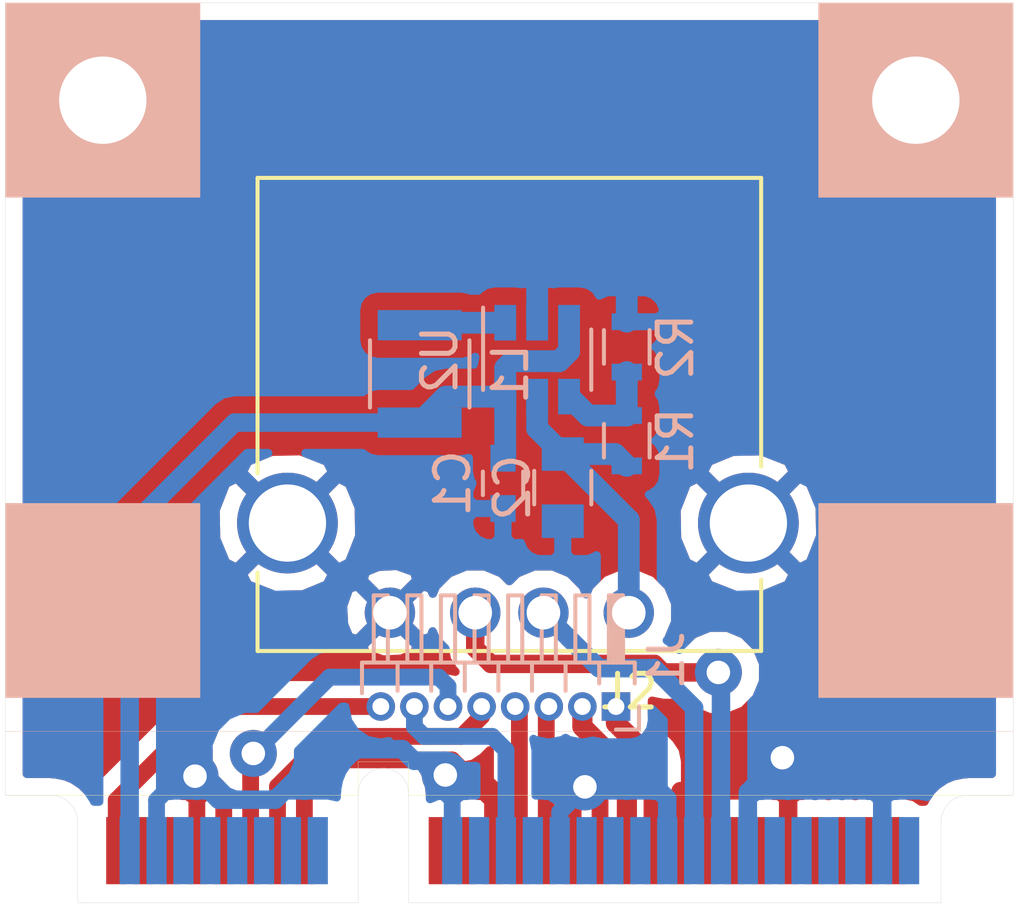
<source format=kicad_pcb>
(kicad_pcb (version 20170922) (host pcbnew "(2017-11-09 revision 87d06e526)-makepkg")

  (general
    (thickness 1.6)
    (drawings 0)
    (tracks 126)
    (zones 0)
    (modules 9)
    (nets 42)
  )

  (page A4)
  (layers
    (0 F.Cu signal)
    (31 B.Cu signal)
    (32 B.Adhes user)
    (33 F.Adhes user)
    (34 B.Paste user)
    (35 F.Paste user)
    (36 B.SilkS user)
    (37 F.SilkS user)
    (38 B.Mask user)
    (39 F.Mask user)
    (40 Dwgs.User user)
    (41 Cmts.User user)
    (42 Eco1.User user)
    (43 Eco2.User user)
    (44 Edge.Cuts user)
    (45 Margin user)
    (46 B.CrtYd user)
    (47 F.CrtYd user)
    (48 B.Fab user)
    (49 F.Fab user)
  )

  (setup
    (last_trace_width 0.6)
    (user_trace_width 0.3)
    (user_trace_width 0.35)
    (user_trace_width 0.4)
    (user_trace_width 0.45)
    (user_trace_width 0.5)
    (user_trace_width 0.55)
    (user_trace_width 0.6)
    (user_trace_width 0.65)
    (trace_clearance 0.2)
    (zone_clearance 0.508)
    (zone_45_only no)
    (trace_min 0.2)
    (segment_width 0.2)
    (edge_width 0.15)
    (via_size 1.4)
    (via_drill 0.7)
    (via_min_size 0.4)
    (via_min_drill 0.3)
    (uvia_size 0.3)
    (uvia_drill 0.1)
    (uvias_allowed no)
    (uvia_min_size 0.2)
    (uvia_min_drill 0.1)
    (pcb_text_width 0.3)
    (pcb_text_size 1.5 1.5)
    (mod_edge_width 0.15)
    (mod_text_size 1 1)
    (mod_text_width 0.15)
    (pad_size 1.524 1.524)
    (pad_drill 0.762)
    (pad_to_mask_clearance 0.2)
    (aux_axis_origin 0 0)
    (visible_elements 7FFFFFFF)
    (pcbplotparams
      (layerselection 0x010fc_ffffffff)
      (usegerberextensions false)
      (usegerberattributes true)
      (usegerberadvancedattributes true)
      (creategerberjobfile true)
      (excludeedgelayer true)
      (linewidth 0.100000)
      (plotframeref false)
      (viasonmask false)
      (mode 1)
      (useauxorigin false)
      (hpglpennumber 1)
      (hpglpenspeed 20)
      (hpglpendiameter 15)
      (psnegative false)
      (psa4output false)
      (plotreference true)
      (plotvalue true)
      (plotinvisibletext false)
      (padsonsilk false)
      (subtractmaskfromsilk false)
      (outputformat 1)
      (mirror false)
      (drillshape 1)
      (scaleselection 1)
      (outputdirectory ""))
  )

  (net 0 "")
  (net 1 "Net-(U1-Pad3)")
  (net 2 "Net-(U1-Pad5)")
  (net 3 "Net-(U1-Pad6)")
  (net 4 "Net-(U1-Pad8)")
  (net 5 "Net-(U1-Pad10)")
  (net 6 "Net-(U1-Pad12)")
  (net 7 "Net-(U1-Pad14)")
  (net 8 "Net-(U1-Pad16)")
  (net 9 "Net-(U1-Pad17)")
  (net 10 "Net-(U1-Pad19)")
  (net 11 "Net-(U1-Pad20)")
  (net 12 "Net-(U1-Pad24)")
  (net 13 "Net-(U1-Pad28)")
  (net 14 "Net-(U1-Pad30)")
  (net 15 "Net-(U1-Pad32)")
  (net 16 "Net-(U1-Pad39)")
  (net 17 "Net-(U1-Pad41)")
  (net 18 "Net-(U1-Pad42)")
  (net 19 "Net-(U1-Pad44)")
  (net 20 "Net-(U1-Pad45)")
  (net 21 "Net-(U1-Pad46)")
  (net 22 "Net-(U1-Pad47)")
  (net 23 "Net-(U1-Pad48)")
  (net 24 "Net-(U1-Pad49)")
  (net 25 "Net-(U1-Pad51)")
  (net 26 "Net-(U1-Pad52)")
  (net 27 +3V3)
  (net 28 nPERST)
  (net 29 GND)
  (net 30 nWAKE)
  (net 31 PER0_N)
  (net 32 PER0_P)
  (net 33 PET0_N)
  (net 34 PET0_P)
  (net 35 RefCLK_P)
  (net 36 RefCLK_N)
  (net 37 USB_DP)
  (net 38 USB_DM)
  (net 39 +5V)
  (net 40 "Net-(R1-Pad2)")
  (net 41 "Net-(L1-Pad2)")

  (net_class Default "To jest domyślna klasa połączeń."
    (clearance 0.2)
    (trace_width 0.25)
    (via_dia 1.4)
    (via_drill 0.7)
    (uvia_dia 0.3)
    (uvia_drill 0.1)
    (add_net +3V3)
    (add_net +5V)
    (add_net GND)
    (add_net "Net-(L1-Pad2)")
    (add_net "Net-(R1-Pad2)")
    (add_net "Net-(U1-Pad10)")
    (add_net "Net-(U1-Pad12)")
    (add_net "Net-(U1-Pad14)")
    (add_net "Net-(U1-Pad16)")
    (add_net "Net-(U1-Pad17)")
    (add_net "Net-(U1-Pad19)")
    (add_net "Net-(U1-Pad20)")
    (add_net "Net-(U1-Pad24)")
    (add_net "Net-(U1-Pad28)")
    (add_net "Net-(U1-Pad3)")
    (add_net "Net-(U1-Pad30)")
    (add_net "Net-(U1-Pad32)")
    (add_net "Net-(U1-Pad39)")
    (add_net "Net-(U1-Pad41)")
    (add_net "Net-(U1-Pad42)")
    (add_net "Net-(U1-Pad44)")
    (add_net "Net-(U1-Pad45)")
    (add_net "Net-(U1-Pad46)")
    (add_net "Net-(U1-Pad47)")
    (add_net "Net-(U1-Pad48)")
    (add_net "Net-(U1-Pad49)")
    (add_net "Net-(U1-Pad5)")
    (add_net "Net-(U1-Pad51)")
    (add_net "Net-(U1-Pad52)")
    (add_net "Net-(U1-Pad6)")
    (add_net "Net-(U1-Pad8)")
    (add_net PER0_N)
    (add_net PER0_P)
    (add_net PET0_N)
    (add_net PET0_P)
    (add_net RefCLK_N)
    (add_net RefCLK_P)
    (add_net USB_DM)
    (add_net USB_DP)
    (add_net nPERST)
    (add_net nWAKE)
  )

  (module TO_SOT_Packages_SMD:SOT-23-6 (layer B.Cu) (tedit 58CE4E7E) (tstamp 5A4E2D6E)
    (at 137.989112 71.712176 270)
    (descr "6-pin SOT-23 package")
    (tags SOT-23-6)
    (path /5A4D6738)
    (attr smd)
    (fp_text reference U2 (at 0 2.9 270) (layer B.SilkS)
      (effects (font (size 1 1) (thickness 0.15)) (justify mirror))
    )
    (fp_text value MCP1640CH (at 0 -2.9 270) (layer B.Fab)
      (effects (font (size 1 1) (thickness 0.15)) (justify mirror))
    )
    (fp_line (start 0.9 1.55) (end 0.9 -1.55) (layer B.Fab) (width 0.1))
    (fp_line (start 0.9 -1.55) (end -0.9 -1.55) (layer B.Fab) (width 0.1))
    (fp_line (start -0.9 0.9) (end -0.9 -1.55) (layer B.Fab) (width 0.1))
    (fp_line (start 0.9 1.55) (end -0.25 1.55) (layer B.Fab) (width 0.1))
    (fp_line (start -0.9 0.9) (end -0.25 1.55) (layer B.Fab) (width 0.1))
    (fp_line (start -1.9 1.8) (end -1.9 -1.8) (layer B.CrtYd) (width 0.05))
    (fp_line (start -1.9 -1.8) (end 1.9 -1.8) (layer B.CrtYd) (width 0.05))
    (fp_line (start 1.9 -1.8) (end 1.9 1.8) (layer B.CrtYd) (width 0.05))
    (fp_line (start 1.9 1.8) (end -1.9 1.8) (layer B.CrtYd) (width 0.05))
    (fp_line (start 0.9 1.61) (end -1.55 1.61) (layer B.SilkS) (width 0.12))
    (fp_line (start -0.9 -1.61) (end 0.9 -1.61) (layer B.SilkS) (width 0.12))
    (fp_text user %R (at 0 0 180) (layer B.Fab)
      (effects (font (size 0.5 0.5) (thickness 0.075)) (justify mirror))
    )
    (pad 5 smd rect (at 1.1 0 270) (size 1.06 0.65) (layers B.Cu B.Paste B.Mask)
      (net 39 +5V))
    (pad 6 smd rect (at 1.1 0.95 270) (size 1.06 0.65) (layers B.Cu B.Paste B.Mask)
      (net 27 +3V3))
    (pad 4 smd rect (at 1.1 -0.95 270) (size 1.06 0.65) (layers B.Cu B.Paste B.Mask)
      (net 40 "Net-(R1-Pad2)"))
    (pad 3 smd rect (at -1.1 -0.95 270) (size 1.06 0.65) (layers B.Cu B.Paste B.Mask)
      (net 27 +3V3))
    (pad 2 smd rect (at -1.1 0 270) (size 1.06 0.65) (layers B.Cu B.Paste B.Mask)
      (net 29 GND))
    (pad 1 smd rect (at -1.1 0.95 270) (size 1.06 0.65) (layers B.Cu B.Paste B.Mask)
      (net 41 "Net-(L1-Pad2)"))
    (model ${KISYS3DMOD}/TO_SOT_Packages_SMD.3dshapes/SOT-23-6.wrl
      (at (xyz 0 0 0))
      (scale (xyz 1 1 1))
      (rotate (xyz 0 0 0))
    )
  )

  (module mpcie:mpcie-half-card (layer F.Cu) (tedit 541DA159) (tstamp 5A4E367E)
    (at 137.16 87.884)
    (path /5A3E57CB)
    (fp_text reference U1 (at 12.15 -15.2 90) (layer F.SilkS) hide
      (effects (font (thickness 0.15)))
    )
    (fp_text value MPCIE-Socket (at 14.1 -15.25 90) (layer F.SilkS) hide
      (effects (font (thickness 0.15)))
    )
    (fp_line (start -4.5 0) (end -12.85 0) (layer Edge.Cuts) (width 0.01))
    (fp_line (start -3 0) (end -3 -3.25) (layer Edge.Cuts) (width 0.01))
    (fp_line (start -4.5 0) (end -4.5 -3.25) (layer Edge.Cuts) (width 0.01))
    (fp_arc (start -3.75 -3.25) (end -4.5 -3.25) (angle 180) (layer Edge.Cuts) (width 0.01))
    (fp_line (start -3.75 -4.5) (end -3.75 -0.15) (layer Eco1.User) (width 0.01))
    (fp_line (start 0 0) (end 0 -26.8) (layer Eco1.User) (width 0.01))
    (fp_line (start 15 -3.2) (end 15 -26.8) (layer Edge.Cuts) (width 0.01))
    (fp_line (start 15 -26.8) (end -15 -26.8) (layer Edge.Cuts) (width 0.01))
    (fp_line (start -15 -26.8) (end -15 -3.2) (layer Edge.Cuts) (width 0.01))
    (fp_line (start -3 0) (end 12.85 0) (layer Edge.Cuts) (width 0.01))
    (fp_text user Center (at -0.2 -14.35 90) (layer Eco1.User)
      (effects (font (size 0.25 0.25) (thickness 0.025)))
    )
    (fp_line (start -15 -3.2) (end -4.5 -3.2) (layer F.SilkS) (width 0.01))
    (fp_line (start 12.85 0) (end 12.85 -2.4) (layer Edge.Cuts) (width 0.01))
    (fp_line (start -12.85 0) (end -12.85 -2.4) (layer Edge.Cuts) (width 0.01))
    (fp_arc (start -13.65 -2.4) (end -13.65 -3.2) (angle 90) (layer Edge.Cuts) (width 0.01))
    (fp_line (start -13.65 -3.2) (end -15 -3.2) (layer Edge.Cuts) (width 0.01))
    (fp_arc (start 13.65 -2.4) (end 12.85 -2.4) (angle 90) (layer Edge.Cuts) (width 0.01))
    (fp_line (start 15 -3.2) (end 13.65 -3.2) (layer Edge.Cuts) (width 0.01))
    (fp_line (start -4.5 -4.2) (end -3 -4.2) (layer F.SilkS) (width 0.01))
    (fp_line (start -4.5 -3.2) (end -4.5 -4.2) (layer F.SilkS) (width 0.01))
    (fp_line (start -3 -3.2) (end 15 -3.2) (layer F.SilkS) (width 0.01))
    (fp_line (start -3 -4.15) (end -3 -3.2) (layer F.SilkS) (width 0.01))
    (fp_line (start -15 -5.1) (end 15 -5.1) (layer B.SilkS) (width 0.01))
    (pad "" np_thru_hole circle (at 12.1 -23.9) (size 2.6 2.6) (drill 2.6) (layers *.Cu *.Mask F.SilkS))
    (pad "" connect rect (at -12.1 -23.9) (size 5.8 5.8) (layers B.SilkS))
    (pad "" connect rect (at -12.1 -9) (size 5.8 5.8) (layers B.SilkS))
    (pad "" connect rect (at 12.1 -9) (size 5.8 5.8) (layers B.SilkS))
    (pad "" np_thru_hole circle (at -12.1 -23.9) (size 2.6 2.6) (drill 2.6) (layers *.Cu *.Mask F.SilkS))
    (pad "" connect rect (at 12.1 -23.9) (size 5.8 5.8) (layers B.SilkS))
    (pad 52 smd rect (at 11.9 -1.55) (size 0.6 2) (layers B.Cu B.Paste B.Mask)
      (net 26 "Net-(U1-Pad52)"))
    (pad 51 smd rect (at 11.5 -1.55) (size 0.6 2) (layers F.Cu F.Paste F.Mask)
      (net 25 "Net-(U1-Pad51)"))
    (pad 50 smd rect (at 11.1 -1.55) (size 0.6 2) (layers B.Cu B.Paste B.Mask)
      (net 29 GND))
    (pad 49 smd rect (at 10.7 -1.55) (size 0.6 2) (layers F.Cu F.Paste F.Mask)
      (net 24 "Net-(U1-Pad49)"))
    (pad 48 smd rect (at 10.3 -1.55) (size 0.6 2) (layers B.Cu B.Paste B.Mask)
      (net 23 "Net-(U1-Pad48)"))
    (pad 47 smd rect (at 9.9 -1.55) (size 0.6 2) (layers F.Cu F.Paste F.Mask)
      (net 22 "Net-(U1-Pad47)"))
    (pad 46 smd rect (at 9.5 -1.55) (size 0.6 2) (layers B.Cu B.Paste B.Mask)
      (net 21 "Net-(U1-Pad46)"))
    (pad 45 smd rect (at 9.1 -1.55) (size 0.6 2) (layers F.Cu F.Paste F.Mask)
      (net 20 "Net-(U1-Pad45)"))
    (pad 44 smd rect (at 8.7 -1.55) (size 0.6 2) (layers B.Cu B.Paste B.Mask)
      (net 19 "Net-(U1-Pad44)"))
    (pad 43 smd rect (at 8.3 -1.55) (size 0.6 2) (layers F.Cu F.Paste F.Mask)
      (net 29 GND))
    (pad 42 smd rect (at 7.9 -1.55) (size 0.6 2) (layers B.Cu B.Paste B.Mask)
      (net 18 "Net-(U1-Pad42)"))
    (pad 41 smd rect (at 7.5 -1.55) (size 0.6 2) (layers F.Cu F.Paste F.Mask)
      (net 17 "Net-(U1-Pad41)"))
    (pad 40 smd rect (at 7.1 -1.55) (size 0.6 2) (layers B.Cu B.Paste B.Mask)
      (net 29 GND))
    (pad 39 smd rect (at 6.7 -1.55) (size 0.6 2) (layers F.Cu F.Paste F.Mask)
      (net 16 "Net-(U1-Pad39)"))
    (pad 38 smd rect (at 6.3 -1.55) (size 0.6 2) (layers B.Cu B.Paste B.Mask)
      (net 37 USB_DP))
    (pad 37 smd rect (at 5.9 -1.55) (size 0.6 2) (layers F.Cu F.Paste F.Mask)
      (net 29 GND))
    (pad 36 smd rect (at 5.5 -1.55) (size 0.6 2) (layers B.Cu B.Paste B.Mask)
      (net 38 USB_DM))
    (pad 35 smd rect (at 5.1 -1.55) (size 0.6 2) (layers F.Cu F.Paste F.Mask)
      (net 29 GND))
    (pad 34 smd rect (at 4.7 -1.55) (size 0.6 2) (layers B.Cu B.Paste B.Mask)
      (net 29 GND))
    (pad 33 smd rect (at 4.3 -1.55) (size 0.6 2) (layers F.Cu F.Paste F.Mask)
      (net 34 PET0_P))
    (pad 32 smd rect (at 3.9 -1.55) (size 0.6 2) (layers B.Cu B.Paste B.Mask)
      (net 15 "Net-(U1-Pad32)"))
    (pad 31 smd rect (at 3.5 -1.55) (size 0.6 2) (layers F.Cu F.Paste F.Mask)
      (net 33 PET0_N))
    (pad 30 smd rect (at 3.1 -1.55) (size 0.6 2) (layers B.Cu B.Paste B.Mask)
      (net 14 "Net-(U1-Pad30)"))
    (pad 29 smd rect (at 2.7 -1.55) (size 0.6 2) (layers F.Cu F.Paste F.Mask)
      (net 29 GND))
    (pad 28 smd rect (at 2.3 -1.55) (size 0.6 2) (layers B.Cu B.Paste B.Mask)
      (net 13 "Net-(U1-Pad28)"))
    (pad 27 smd rect (at 1.9 -1.55) (size 0.6 2) (layers F.Cu F.Paste F.Mask)
      (net 29 GND))
    (pad 26 smd rect (at 1.5 -1.55) (size 0.6 2) (layers B.Cu B.Paste B.Mask)
      (net 29 GND))
    (pad 25 smd rect (at 1.1 -1.55) (size 0.6 2) (layers F.Cu F.Paste F.Mask)
      (net 32 PER0_P))
    (pad 24 smd rect (at 0.7 -1.55) (size 0.6 2) (layers B.Cu B.Paste B.Mask)
      (net 12 "Net-(U1-Pad24)"))
    (pad 23 smd rect (at 0.3 -1.55) (size 0.6 2) (layers F.Cu F.Paste F.Mask)
      (net 31 PER0_N))
    (pad 22 smd rect (at -0.1 -1.55) (size 0.6 2) (layers B.Cu B.Paste B.Mask)
      (net 28 nPERST))
    (pad 21 smd rect (at -0.5 -1.55) (size 0.6 2) (layers F.Cu F.Paste F.Mask)
      (net 29 GND))
    (pad 20 smd rect (at -0.9 -1.55) (size 0.6 2) (layers B.Cu B.Paste B.Mask)
      (net 11 "Net-(U1-Pad20)"))
    (pad 19 smd rect (at -1.3 -1.55) (size 0.6 2) (layers F.Cu F.Paste F.Mask)
      (net 10 "Net-(U1-Pad19)"))
    (pad 18 smd rect (at -1.7 -1.55) (size 0.6 2) (layers B.Cu B.Paste B.Mask)
      (net 29 GND))
    (pad 17 smd rect (at -2.1 -1.55) (size 0.6 2) (layers F.Cu F.Paste F.Mask)
      (net 9 "Net-(U1-Pad17)"))
    (pad 16 smd rect (at -5.7 -1.55) (size 0.6 2) (layers B.Cu B.Paste B.Mask)
      (net 8 "Net-(U1-Pad16)"))
    (pad 15 smd rect (at -6.1 -1.55) (size 0.6 2) (layers F.Cu F.Paste F.Mask)
      (net 29 GND))
    (pad 14 smd rect (at -6.5 -1.55) (size 0.6 2) (layers B.Cu B.Paste B.Mask)
      (net 7 "Net-(U1-Pad14)"))
    (pad 13 smd rect (at -6.9 -1.55) (size 0.6 2) (layers F.Cu F.Paste F.Mask)
      (net 35 RefCLK_P))
    (pad 12 smd rect (at -7.3 -1.55) (size 0.6 2) (layers B.Cu B.Paste B.Mask)
      (net 6 "Net-(U1-Pad12)"))
    (pad 11 smd rect (at -7.7 -1.55) (size 0.6 2) (layers F.Cu F.Paste F.Mask)
      (net 36 RefCLK_N))
    (pad 10 smd rect (at -8.1 -1.55) (size 0.6 2) (layers B.Cu B.Paste B.Mask)
      (net 5 "Net-(U1-Pad10)"))
    (pad 9 smd rect (at -8.5 -1.55) (size 0.6 2) (layers F.Cu F.Paste F.Mask)
      (net 29 GND))
    (pad 8 smd rect (at -8.9 -1.55) (size 0.6 2) (layers B.Cu B.Paste B.Mask)
      (net 4 "Net-(U1-Pad8)"))
    (pad 7 smd rect (at -9.3 -1.55) (size 0.6 2) (layers F.Cu F.Paste F.Mask)
      (net 29 GND))
    (pad 6 smd rect (at -9.7 -1.55) (size 0.6 2) (layers B.Cu B.Paste B.Mask)
      (net 3 "Net-(U1-Pad6)"))
    (pad 5 smd rect (at -10.1 -1.55) (size 0.6 2) (layers F.Cu F.Paste F.Mask)
      (net 2 "Net-(U1-Pad5)"))
    (pad 4 smd rect (at -10.5 -1.55) (size 0.6 2) (layers B.Cu B.Paste B.Mask)
      (net 29 GND))
    (pad 3 smd rect (at -10.9 -1.55) (size 0.6 2) (layers F.Cu F.Paste F.Mask)
      (net 1 "Net-(U1-Pad3)"))
    (pad 2 smd rect (at -11.3 -1.55) (size 0.6 2) (layers B.Cu B.Paste B.Mask)
      (net 27 +3V3))
    (pad 1 smd rect (at -11.7 -1.55) (size 0.6 2) (layers F.Cu F.Paste F.Mask)
      (net 30 nWAKE))
  )

  (module Inductors_SMD:L_1210 (layer B.Cu) (tedit 58307C54) (tstamp 5A4E2292)
    (at 134.493 72.136 90)
    (descr "Resistor SMD 1210, reflow soldering, Vishay (see dcrcw.pdf)")
    (tags "resistor 1210")
    (path /5A4D6C3E)
    (attr smd)
    (fp_text reference L1 (at 0 2.7 90) (layer B.SilkS)
      (effects (font (size 1 1) (thickness 0.15)) (justify mirror))
    )
    (fp_text value 4.7uH (at 0 -2.7 90) (layer B.Fab)
      (effects (font (size 1 1) (thickness 0.15)) (justify mirror))
    )
    (fp_line (start -1 1.48) (end 1 1.48) (layer B.SilkS) (width 0.12))
    (fp_line (start 1 -1.48) (end -1 -1.48) (layer B.SilkS) (width 0.12))
    (fp_line (start 2.2 1.6) (end 2.2 -1.6) (layer B.CrtYd) (width 0.05))
    (fp_line (start -2.2 1.6) (end -2.2 -1.6) (layer B.CrtYd) (width 0.05))
    (fp_line (start -2.2 -1.6) (end 2.2 -1.6) (layer B.CrtYd) (width 0.05))
    (fp_line (start -2.2 1.6) (end 2.2 1.6) (layer B.CrtYd) (width 0.05))
    (fp_line (start -1.6 1.25) (end 1.6 1.25) (layer B.Fab) (width 0.1))
    (fp_line (start 1.6 1.25) (end 1.6 -1.25) (layer B.Fab) (width 0.1))
    (fp_line (start 1.6 -1.25) (end -1.6 -1.25) (layer B.Fab) (width 0.1))
    (fp_line (start -1.6 -1.25) (end -1.6 1.25) (layer B.Fab) (width 0.1))
    (fp_text user %R (at 0 0 90) (layer B.Fab)
      (effects (font (size 0.5 0.5) (thickness 0.075)) (justify mirror))
    )
    (pad 2 smd rect (at 1.45 0 90) (size 0.9 2.5) (layers B.Cu B.Paste B.Mask)
      (net 41 "Net-(L1-Pad2)"))
    (pad 1 smd rect (at -1.45 0 90) (size 0.9 2.5) (layers B.Cu B.Paste B.Mask)
      (net 27 +3V3))
    (model ${KISYS3DMOD}/Inductors_SMD.3dshapes/L_1210.wrl
      (at (xyz 0 0 0))
      (scale (xyz 1 1 1))
      (rotate (xyz 0 0 0))
    )
  )

  (module Resistors_SMD:R_0603 (layer B.Cu) (tedit 58E0A804) (tstamp 5A4E2204)
    (at 140.656112 74.125176 90)
    (descr "Resistor SMD 0603, reflow soldering, Vishay (see dcrcw.pdf)")
    (tags "resistor 0603")
    (path /5A4D6AE0)
    (attr smd)
    (fp_text reference R1 (at 0 1.45 90) (layer B.SilkS)
      (effects (font (size 1 1) (thickness 0.15)) (justify mirror))
    )
    (fp_text value 976k (at 0 -1.5 90) (layer B.Fab)
      (effects (font (size 1 1) (thickness 0.15)) (justify mirror))
    )
    (fp_line (start 1.25 -0.7) (end -1.25 -0.7) (layer B.CrtYd) (width 0.05))
    (fp_line (start 1.25 -0.7) (end 1.25 0.7) (layer B.CrtYd) (width 0.05))
    (fp_line (start -1.25 0.7) (end -1.25 -0.7) (layer B.CrtYd) (width 0.05))
    (fp_line (start -1.25 0.7) (end 1.25 0.7) (layer B.CrtYd) (width 0.05))
    (fp_line (start -0.5 0.68) (end 0.5 0.68) (layer B.SilkS) (width 0.12))
    (fp_line (start 0.5 -0.68) (end -0.5 -0.68) (layer B.SilkS) (width 0.12))
    (fp_line (start -0.8 0.4) (end 0.8 0.4) (layer B.Fab) (width 0.1))
    (fp_line (start 0.8 0.4) (end 0.8 -0.4) (layer B.Fab) (width 0.1))
    (fp_line (start 0.8 -0.4) (end -0.8 -0.4) (layer B.Fab) (width 0.1))
    (fp_line (start -0.8 -0.4) (end -0.8 0.4) (layer B.Fab) (width 0.1))
    (fp_text user %R (at 0 0 90) (layer B.Fab)
      (effects (font (size 0.4 0.4) (thickness 0.075)) (justify mirror))
    )
    (pad 2 smd rect (at 0.75 0 90) (size 0.5 0.9) (layers B.Cu B.Paste B.Mask)
      (net 40 "Net-(R1-Pad2)"))
    (pad 1 smd rect (at -0.75 0 90) (size 0.5 0.9) (layers B.Cu B.Paste B.Mask)
      (net 39 +5V))
    (model ${KISYS3DMOD}/Resistors_SMD.3dshapes/R_0603.wrl
      (at (xyz 0 0 0))
      (scale (xyz 1 1 1))
      (rotate (xyz 0 0 0))
    )
  )

  (module Connectors:USB_A (layer F.Cu) (tedit 5543E289) (tstamp 5A4E22A6)
    (at 140.716 79.248 180)
    (descr "USB A connector")
    (tags "USB USB_A")
    (path /5A4D70DE)
    (fp_text reference J2 (at 0 -2.35 180) (layer F.SilkS)
      (effects (font (size 1 1) (thickness 0.15)))
    )
    (fp_text value USB_A (at 3.84 7.44 180) (layer F.Fab)
      (effects (font (size 1 1) (thickness 0.15)))
    )
    (fp_line (start -3.94 4.35) (end -3.94 12.95) (layer F.SilkS) (width 0.12))
    (fp_line (start 11.05 4.15) (end 11.05 12.95) (layer F.SilkS) (width 0.12))
    (fp_line (start 11.05 12.95) (end -3.94 12.95) (layer F.SilkS) (width 0.12))
    (fp_line (start 11.05 -1.14) (end -3.94 -1.14) (layer F.SilkS) (width 0.12))
    (fp_line (start -3.94 -1.14) (end -3.94 0.98) (layer F.SilkS) (width 0.12))
    (fp_line (start 11.05 -1.14) (end 11.05 1.19) (layer F.SilkS) (width 0.12))
    (fp_line (start -5.3 -1.4) (end 11.95 -1.4) (layer F.CrtYd) (width 0.05))
    (fp_line (start -5.3 13.2) (end 11.95 13.2) (layer F.CrtYd) (width 0.05))
    (fp_line (start 11.95 -1.4) (end 11.95 13.2) (layer F.CrtYd) (width 0.05))
    (fp_line (start -5.3 13.2) (end -5.3 -1.4) (layer F.CrtYd) (width 0.05))
    (pad 5 thru_hole circle (at -3.56 2.67 90) (size 3 3) (drill 2.3) (layers *.Cu *.Mask)
      (net 29 GND))
    (pad 5 thru_hole circle (at 10.16 2.67 90) (size 3 3) (drill 2.3) (layers *.Cu *.Mask)
      (net 29 GND))
    (pad 1 thru_hole circle (at 0 0 90) (size 1.5 1.5) (drill 1) (layers *.Cu *.Mask)
      (net 39 +5V))
    (pad 2 thru_hole circle (at 2.54 0 90) (size 1.5 1.5) (drill 1) (layers *.Cu *.Mask)
      (net 38 USB_DM))
    (pad 3 thru_hole circle (at 4.57 0 90) (size 1.5 1.5) (drill 1) (layers *.Cu *.Mask)
      (net 37 USB_DP))
    (pad 4 thru_hole circle (at 7.11 0 90) (size 1.5 1.5) (drill 1) (layers *.Cu *.Mask)
      (net 29 GND))
    (model ${KISYS3DMOD}/Connectors.3dshapes/USB_A.wrl
      (at (xyz 0.14 0 0))
      (scale (xyz 1 1 1))
      (rotate (xyz 0 0 90))
    )
  )

  (module Resistors_SMD:R_0603 (layer B.Cu) (tedit 58E0A804) (tstamp 5A4E2215)
    (at 140.656112 71.331176 90)
    (descr "Resistor SMD 0603, reflow soldering, Vishay (see dcrcw.pdf)")
    (tags "resistor 0603")
    (path /5A4D6B14)
    (attr smd)
    (fp_text reference R2 (at 0 1.45 90) (layer B.SilkS)
      (effects (font (size 1 1) (thickness 0.15)) (justify mirror))
    )
    (fp_text value 309k (at 0 -1.5 90) (layer B.Fab)
      (effects (font (size 1 1) (thickness 0.15)) (justify mirror))
    )
    (fp_text user %R (at 0 0 90) (layer B.Fab)
      (effects (font (size 0.4 0.4) (thickness 0.075)) (justify mirror))
    )
    (fp_line (start -0.8 -0.4) (end -0.8 0.4) (layer B.Fab) (width 0.1))
    (fp_line (start 0.8 -0.4) (end -0.8 -0.4) (layer B.Fab) (width 0.1))
    (fp_line (start 0.8 0.4) (end 0.8 -0.4) (layer B.Fab) (width 0.1))
    (fp_line (start -0.8 0.4) (end 0.8 0.4) (layer B.Fab) (width 0.1))
    (fp_line (start 0.5 -0.68) (end -0.5 -0.68) (layer B.SilkS) (width 0.12))
    (fp_line (start -0.5 0.68) (end 0.5 0.68) (layer B.SilkS) (width 0.12))
    (fp_line (start -1.25 0.7) (end 1.25 0.7) (layer B.CrtYd) (width 0.05))
    (fp_line (start -1.25 0.7) (end -1.25 -0.7) (layer B.CrtYd) (width 0.05))
    (fp_line (start 1.25 -0.7) (end 1.25 0.7) (layer B.CrtYd) (width 0.05))
    (fp_line (start 1.25 -0.7) (end -1.25 -0.7) (layer B.CrtYd) (width 0.05))
    (pad 1 smd rect (at -0.75 0 90) (size 0.5 0.9) (layers B.Cu B.Paste B.Mask)
      (net 40 "Net-(R1-Pad2)"))
    (pad 2 smd rect (at 0.75 0 90) (size 0.5 0.9) (layers B.Cu B.Paste B.Mask)
      (net 29 GND))
    (model ${KISYS3DMOD}/Resistors_SMD.3dshapes/R_0603.wrl
      (at (xyz 0 0 0))
      (scale (xyz 1 1 1))
      (rotate (xyz 0 0 0))
    )
  )

  (module Capacitors_SMD:C_0603 (layer B.Cu) (tedit 59958EE7) (tstamp 5A4E30AA)
    (at 136.973112 75.395176 270)
    (descr "Capacitor SMD 0603, reflow soldering, AVX (see smccp.pdf)")
    (tags "capacitor 0603")
    (path /5A4D691D)
    (attr smd)
    (fp_text reference C1 (at 0 1.5 270) (layer B.SilkS)
      (effects (font (size 1 1) (thickness 0.15)) (justify mirror))
    )
    (fp_text value 4.7uF (at 0 -1.5 270) (layer B.Fab)
      (effects (font (size 1 1) (thickness 0.15)) (justify mirror))
    )
    (fp_text user %R (at 0 0 270) (layer B.Fab)
      (effects (font (size 0.3 0.3) (thickness 0.075)) (justify mirror))
    )
    (fp_line (start -0.8 -0.4) (end -0.8 0.4) (layer B.Fab) (width 0.1))
    (fp_line (start 0.8 -0.4) (end -0.8 -0.4) (layer B.Fab) (width 0.1))
    (fp_line (start 0.8 0.4) (end 0.8 -0.4) (layer B.Fab) (width 0.1))
    (fp_line (start -0.8 0.4) (end 0.8 0.4) (layer B.Fab) (width 0.1))
    (fp_line (start -0.35 0.6) (end 0.35 0.6) (layer B.SilkS) (width 0.12))
    (fp_line (start 0.35 -0.6) (end -0.35 -0.6) (layer B.SilkS) (width 0.12))
    (fp_line (start -1.4 0.65) (end 1.4 0.65) (layer B.CrtYd) (width 0.05))
    (fp_line (start -1.4 0.65) (end -1.4 -0.65) (layer B.CrtYd) (width 0.05))
    (fp_line (start 1.4 -0.65) (end 1.4 0.65) (layer B.CrtYd) (width 0.05))
    (fp_line (start 1.4 -0.65) (end -1.4 -0.65) (layer B.CrtYd) (width 0.05))
    (pad 1 smd rect (at -0.75 0 270) (size 0.8 0.75) (layers B.Cu B.Paste B.Mask)
      (net 27 +3V3))
    (pad 2 smd rect (at 0.75 0 270) (size 0.8 0.75) (layers B.Cu B.Paste B.Mask)
      (net 29 GND))
    (model Capacitors_SMD.3dshapes/C_0603.wrl
      (at (xyz 0 0 0))
      (scale (xyz 1 1 1))
      (rotate (xyz 0 0 0))
    )
  )

  (module Capacitors_SMD:C_0805 (layer B.Cu) (tedit 58AA8463) (tstamp 5A4E22B7)
    (at 138.751112 75.522176 270)
    (descr "Capacitor SMD 0805, reflow soldering, AVX (see smccp.pdf)")
    (tags "capacitor 0805")
    (path /5A4D6EDF)
    (attr smd)
    (fp_text reference C2 (at 0 1.5 270) (layer B.SilkS)
      (effects (font (size 1 1) (thickness 0.15)) (justify mirror))
    )
    (fp_text value 10uF (at 0 -1.75 270) (layer B.Fab)
      (effects (font (size 1 1) (thickness 0.15)) (justify mirror))
    )
    (fp_line (start 1.75 -0.87) (end -1.75 -0.87) (layer B.CrtYd) (width 0.05))
    (fp_line (start 1.75 -0.87) (end 1.75 0.88) (layer B.CrtYd) (width 0.05))
    (fp_line (start -1.75 0.88) (end -1.75 -0.87) (layer B.CrtYd) (width 0.05))
    (fp_line (start -1.75 0.88) (end 1.75 0.88) (layer B.CrtYd) (width 0.05))
    (fp_line (start -0.5 -0.85) (end 0.5 -0.85) (layer B.SilkS) (width 0.12))
    (fp_line (start 0.5 0.85) (end -0.5 0.85) (layer B.SilkS) (width 0.12))
    (fp_line (start -1 0.62) (end 1 0.62) (layer B.Fab) (width 0.1))
    (fp_line (start 1 0.62) (end 1 -0.62) (layer B.Fab) (width 0.1))
    (fp_line (start 1 -0.62) (end -1 -0.62) (layer B.Fab) (width 0.1))
    (fp_line (start -1 -0.62) (end -1 0.62) (layer B.Fab) (width 0.1))
    (fp_text user %R (at 0 1.5 270) (layer B.Fab)
      (effects (font (size 1 1) (thickness 0.15)) (justify mirror))
    )
    (pad 2 smd rect (at 1 0 270) (size 1 1.25) (layers B.Cu B.Paste B.Mask)
      (net 29 GND))
    (pad 1 smd rect (at -1 0 270) (size 1 1.25) (layers B.Cu B.Paste B.Mask)
      (net 39 +5V))
    (model Capacitors_SMD.3dshapes/C_0805.wrl
      (at (xyz 0 0 0))
      (scale (xyz 1 1 1))
      (rotate (xyz 0 0 0))
    )
  )

  (module Pin_Headers:Pin_Header_Angled_1x08_Pitch1.00mm (layer B.Cu) (tedit 59B55814) (tstamp 5A4E2216)
    (at 140.335 82.042 90)
    (descr "Through hole angled pin header, 1x08, 1.00mm pitch, 2.0mm pin length, single row")
    (tags "Through hole angled pin header THT 1x08 1.00mm single row")
    (path /5A4D7747)
    (fp_text reference J1 (at 1.375 1.5 90) (layer B.SilkS)
      (effects (font (size 1 1) (thickness 0.15)) (justify mirror))
    )
    (fp_text value Conn_01x08 (at 1.375 -8.5 90) (layer B.Fab)
      (effects (font (size 1 1) (thickness 0.15)) (justify mirror))
    )
    (fp_text user %R (at 0.75 -3.5) (layer B.Fab)
      (effects (font (size 0.6 0.6) (thickness 0.09)) (justify mirror))
    )
    (fp_line (start 3.75 1) (end -1 1) (layer B.CrtYd) (width 0.05))
    (fp_line (start 3.75 -8) (end 3.75 1) (layer B.CrtYd) (width 0.05))
    (fp_line (start -1 -8) (end 3.75 -8) (layer B.CrtYd) (width 0.05))
    (fp_line (start -1 1) (end -1 -8) (layer B.CrtYd) (width 0.05))
    (fp_line (start -0.685 0.685) (end 0 0.685) (layer B.SilkS) (width 0.12))
    (fp_line (start -0.685 0) (end -0.685 0.685) (layer B.SilkS) (width 0.12))
    (fp_line (start 3.31 -7.21) (end 1.31 -7.21) (layer B.SilkS) (width 0.12))
    (fp_line (start 3.31 -6.79) (end 3.31 -7.21) (layer B.SilkS) (width 0.12))
    (fp_line (start 1.31 -6.79) (end 3.31 -6.79) (layer B.SilkS) (width 0.12))
    (fp_line (start 0.468215 -6.5) (end 1.31 -6.5) (layer B.SilkS) (width 0.12))
    (fp_line (start 3.31 -6.21) (end 1.31 -6.21) (layer B.SilkS) (width 0.12))
    (fp_line (start 3.31 -5.79) (end 3.31 -6.21) (layer B.SilkS) (width 0.12))
    (fp_line (start 1.31 -5.79) (end 3.31 -5.79) (layer B.SilkS) (width 0.12))
    (fp_line (start 0.468215 -5.5) (end 1.31 -5.5) (layer B.SilkS) (width 0.12))
    (fp_line (start 3.31 -5.21) (end 1.31 -5.21) (layer B.SilkS) (width 0.12))
    (fp_line (start 3.31 -4.79) (end 3.31 -5.21) (layer B.SilkS) (width 0.12))
    (fp_line (start 1.31 -4.79) (end 3.31 -4.79) (layer B.SilkS) (width 0.12))
    (fp_line (start 0.468215 -4.5) (end 1.31 -4.5) (layer B.SilkS) (width 0.12))
    (fp_line (start 3.31 -4.21) (end 1.31 -4.21) (layer B.SilkS) (width 0.12))
    (fp_line (start 3.31 -3.79) (end 3.31 -4.21) (layer B.SilkS) (width 0.12))
    (fp_line (start 1.31 -3.79) (end 3.31 -3.79) (layer B.SilkS) (width 0.12))
    (fp_line (start 0.468215 -3.5) (end 1.31 -3.5) (layer B.SilkS) (width 0.12))
    (fp_line (start 3.31 -3.21) (end 1.31 -3.21) (layer B.SilkS) (width 0.12))
    (fp_line (start 3.31 -2.79) (end 3.31 -3.21) (layer B.SilkS) (width 0.12))
    (fp_line (start 1.31 -2.79) (end 3.31 -2.79) (layer B.SilkS) (width 0.12))
    (fp_line (start 0.468215 -2.5) (end 1.31 -2.5) (layer B.SilkS) (width 0.12))
    (fp_line (start 3.31 -2.21) (end 1.31 -2.21) (layer B.SilkS) (width 0.12))
    (fp_line (start 3.31 -1.79) (end 3.31 -2.21) (layer B.SilkS) (width 0.12))
    (fp_line (start 1.31 -1.79) (end 3.31 -1.79) (layer B.SilkS) (width 0.12))
    (fp_line (start 0.468215 -1.5) (end 1.31 -1.5) (layer B.SilkS) (width 0.12))
    (fp_line (start 3.31 -1.21) (end 1.31 -1.21) (layer B.SilkS) (width 0.12))
    (fp_line (start 3.31 -0.79) (end 3.31 -1.21) (layer B.SilkS) (width 0.12))
    (fp_line (start 1.31 -0.79) (end 3.31 -0.79) (layer B.SilkS) (width 0.12))
    (fp_line (start 0.685 -0.5) (end 1.31 -0.5) (layer B.SilkS) (width 0.12))
    (fp_line (start 1.31 -0.09) (end 3.31 -0.09) (layer B.SilkS) (width 0.12))
    (fp_line (start 1.31 0.03) (end 3.31 0.03) (layer B.SilkS) (width 0.12))
    (fp_line (start 1.31 0.15) (end 3.31 0.15) (layer B.SilkS) (width 0.12))
    (fp_line (start 3.31 -0.21) (end 1.31 -0.21) (layer B.SilkS) (width 0.12))
    (fp_line (start 3.31 0.21) (end 3.31 -0.21) (layer B.SilkS) (width 0.12))
    (fp_line (start 1.31 0.21) (end 3.31 0.21) (layer B.SilkS) (width 0.12))
    (fp_line (start 1.31 -7.56) (end 0.394493 -7.56) (layer B.SilkS) (width 0.12))
    (fp_line (start 1.31 0.56) (end 1.31 -7.56) (layer B.SilkS) (width 0.12))
    (fp_line (start 0.685 0.56) (end 1.31 0.56) (layer B.SilkS) (width 0.12))
    (fp_line (start 1.25 -7.15) (end 3.25 -7.15) (layer B.Fab) (width 0.1))
    (fp_line (start 3.25 -6.85) (end 3.25 -7.15) (layer B.Fab) (width 0.1))
    (fp_line (start 1.25 -6.85) (end 3.25 -6.85) (layer B.Fab) (width 0.1))
    (fp_line (start -0.15 -7.15) (end 0.25 -7.15) (layer B.Fab) (width 0.1))
    (fp_line (start -0.15 -6.85) (end -0.15 -7.15) (layer B.Fab) (width 0.1))
    (fp_line (start -0.15 -6.85) (end 0.25 -6.85) (layer B.Fab) (width 0.1))
    (fp_line (start 1.25 -6.15) (end 3.25 -6.15) (layer B.Fab) (width 0.1))
    (fp_line (start 3.25 -5.85) (end 3.25 -6.15) (layer B.Fab) (width 0.1))
    (fp_line (start 1.25 -5.85) (end 3.25 -5.85) (layer B.Fab) (width 0.1))
    (fp_line (start -0.15 -6.15) (end 0.25 -6.15) (layer B.Fab) (width 0.1))
    (fp_line (start -0.15 -5.85) (end -0.15 -6.15) (layer B.Fab) (width 0.1))
    (fp_line (start -0.15 -5.85) (end 0.25 -5.85) (layer B.Fab) (width 0.1))
    (fp_line (start 1.25 -5.15) (end 3.25 -5.15) (layer B.Fab) (width 0.1))
    (fp_line (start 3.25 -4.85) (end 3.25 -5.15) (layer B.Fab) (width 0.1))
    (fp_line (start 1.25 -4.85) (end 3.25 -4.85) (layer B.Fab) (width 0.1))
    (fp_line (start -0.15 -5.15) (end 0.25 -5.15) (layer B.Fab) (width 0.1))
    (fp_line (start -0.15 -4.85) (end -0.15 -5.15) (layer B.Fab) (width 0.1))
    (fp_line (start -0.15 -4.85) (end 0.25 -4.85) (layer B.Fab) (width 0.1))
    (fp_line (start 1.25 -4.15) (end 3.25 -4.15) (layer B.Fab) (width 0.1))
    (fp_line (start 3.25 -3.85) (end 3.25 -4.15) (layer B.Fab) (width 0.1))
    (fp_line (start 1.25 -3.85) (end 3.25 -3.85) (layer B.Fab) (width 0.1))
    (fp_line (start -0.15 -4.15) (end 0.25 -4.15) (layer B.Fab) (width 0.1))
    (fp_line (start -0.15 -3.85) (end -0.15 -4.15) (layer B.Fab) (width 0.1))
    (fp_line (start -0.15 -3.85) (end 0.25 -3.85) (layer B.Fab) (width 0.1))
    (fp_line (start 1.25 -3.15) (end 3.25 -3.15) (layer B.Fab) (width 0.1))
    (fp_line (start 3.25 -2.85) (end 3.25 -3.15) (layer B.Fab) (width 0.1))
    (fp_line (start 1.25 -2.85) (end 3.25 -2.85) (layer B.Fab) (width 0.1))
    (fp_line (start -0.15 -3.15) (end 0.25 -3.15) (layer B.Fab) (width 0.1))
    (fp_line (start -0.15 -2.85) (end -0.15 -3.15) (layer B.Fab) (width 0.1))
    (fp_line (start -0.15 -2.85) (end 0.25 -2.85) (layer B.Fab) (width 0.1))
    (fp_line (start 1.25 -2.15) (end 3.25 -2.15) (layer B.Fab) (width 0.1))
    (fp_line (start 3.25 -1.85) (end 3.25 -2.15) (layer B.Fab) (width 0.1))
    (fp_line (start 1.25 -1.85) (end 3.25 -1.85) (layer B.Fab) (width 0.1))
    (fp_line (start -0.15 -2.15) (end 0.25 -2.15) (layer B.Fab) (width 0.1))
    (fp_line (start -0.15 -1.85) (end -0.15 -2.15) (layer B.Fab) (width 0.1))
    (fp_line (start -0.15 -1.85) (end 0.25 -1.85) (layer B.Fab) (width 0.1))
    (fp_line (start 1.25 -1.15) (end 3.25 -1.15) (layer B.Fab) (width 0.1))
    (fp_line (start 3.25 -0.85) (end 3.25 -1.15) (layer B.Fab) (width 0.1))
    (fp_line (start 1.25 -0.85) (end 3.25 -0.85) (layer B.Fab) (width 0.1))
    (fp_line (start -0.15 -1.15) (end 0.25 -1.15) (layer B.Fab) (width 0.1))
    (fp_line (start -0.15 -0.85) (end -0.15 -1.15) (layer B.Fab) (width 0.1))
    (fp_line (start -0.15 -0.85) (end 0.25 -0.85) (layer B.Fab) (width 0.1))
    (fp_line (start 1.25 -0.15) (end 3.25 -0.15) (layer B.Fab) (width 0.1))
    (fp_line (start 3.25 0.15) (end 3.25 -0.15) (layer B.Fab) (width 0.1))
    (fp_line (start 1.25 0.15) (end 3.25 0.15) (layer B.Fab) (width 0.1))
    (fp_line (start -0.15 -0.15) (end 0.25 -0.15) (layer B.Fab) (width 0.1))
    (fp_line (start -0.15 0.15) (end -0.15 -0.15) (layer B.Fab) (width 0.1))
    (fp_line (start -0.15 0.15) (end 0.25 0.15) (layer B.Fab) (width 0.1))
    (fp_line (start 0.25 0.25) (end 0.5 0.5) (layer B.Fab) (width 0.1))
    (fp_line (start 0.25 -7.5) (end 0.25 0.25) (layer B.Fab) (width 0.1))
    (fp_line (start 1.25 -7.5) (end 0.25 -7.5) (layer B.Fab) (width 0.1))
    (fp_line (start 1.25 0.5) (end 1.25 -7.5) (layer B.Fab) (width 0.1))
    (fp_line (start 0.5 0.5) (end 1.25 0.5) (layer B.Fab) (width 0.1))
    (pad 8 thru_hole oval (at 0 -7 90) (size 0.85 0.85) (drill 0.5) (layers *.Cu *.Mask)
      (net 30 nWAKE))
    (pad 7 thru_hole oval (at 0 -6 90) (size 0.85 0.85) (drill 0.5) (layers *.Cu *.Mask)
      (net 28 nPERST))
    (pad 6 thru_hole oval (at 0 -5 90) (size 0.85 0.85) (drill 0.5) (layers *.Cu *.Mask)
      (net 36 RefCLK_N))
    (pad 5 thru_hole oval (at 0 -4 90) (size 0.85 0.85) (drill 0.5) (layers *.Cu *.Mask)
      (net 35 RefCLK_P))
    (pad 4 thru_hole oval (at 0 -3 90) (size 0.85 0.85) (drill 0.5) (layers *.Cu *.Mask)
      (net 31 PER0_N))
    (pad 3 thru_hole oval (at 0 -2 90) (size 0.85 0.85) (drill 0.5) (layers *.Cu *.Mask)
      (net 32 PER0_P))
    (pad 2 thru_hole oval (at 0 -1 90) (size 0.85 0.85) (drill 0.5) (layers *.Cu *.Mask)
      (net 33 PET0_N))
    (pad 1 thru_hole rect (at 0 0 90) (size 0.85 0.85) (drill 0.5) (layers *.Cu *.Mask)
      (net 34 PET0_P))
    (model ${KISYS3DMOD}/Pin_Headers.3dshapes/Pin_Header_Angled_1x08_Pitch1.00mm.wrl
      (at (xyz 0 0 0))
      (scale (xyz 1 1 1))
      (rotate (xyz 0 0 0))
    )
  )

  (segment (start 125.86 76.705) (end 128.979 73.586) (width 0.55) (layer B.Cu) (net 27))
  (segment (start 128.979 73.586) (end 134.493 73.586) (width 0.55) (layer B.Cu) (net 27))
  (segment (start 125.86 86.334) (end 125.86 76.705) (width 0.55) (layer B.Cu) (net 27))
  (segment (start 137.039112 72.812176) (end 135.266824 72.812176) (width 0.65) (layer B.Cu) (net 27))
  (segment (start 135.266824 72.812176) (end 134.493 73.586) (width 0.65) (layer B.Cu) (net 27))
  (segment (start 138.939112 70.612176) (end 138.939112 71.462178) (width 0.65) (layer B.Cu) (net 27))
  (segment (start 138.939112 71.462178) (end 138.644115 71.757175) (width 0.65) (layer B.Cu) (net 27))
  (segment (start 138.644115 71.757175) (end 137.244111 71.757175) (width 0.65) (layer B.Cu) (net 27))
  (segment (start 137.244111 71.757175) (end 137.039112 71.962174) (width 0.65) (layer B.Cu) (net 27))
  (segment (start 137.039112 71.962174) (end 137.039112 72.812176) (width 0.65) (layer B.Cu) (net 27))
  (segment (start 137.039112 72.812176) (end 137.039112 74.579176) (width 0.65) (layer B.Cu) (net 27))
  (segment (start 137.039112 74.579176) (end 136.973112 74.645176) (width 0.65) (layer B.Cu) (net 27))
  (segment (start 136.652 82.931) (end 137.06 83.339) (width 0.5) (layer B.Cu) (net 28))
  (segment (start 137.06 83.339) (end 137.06 86.334) (width 0.5) (layer B.Cu) (net 28))
  (segment (start 134.62296 82.931) (end 136.652 82.931) (width 0.5) (layer B.Cu) (net 28))
  (segment (start 134.335 82.042) (end 134.335 82.64304) (width 0.5) (layer B.Cu) (net 28))
  (segment (start 134.335 82.64304) (end 134.62296 82.931) (width 0.5) (layer B.Cu) (net 28))
  (segment (start 131.699 83.312) (end 130.194828 84.816172) (width 0.55) (layer B.Cu) (net 29))
  (segment (start 130.194828 84.816172) (end 128.504172 84.816172) (width 0.55) (layer B.Cu) (net 29))
  (segment (start 128.504172 84.816172) (end 127.804173 84.116173) (width 0.55) (layer B.Cu) (net 29))
  (segment (start 133.978642 83.312) (end 131.699 83.312) (width 0.55) (layer B.Cu) (net 29))
  (segment (start 134.322652 83.65601) (end 133.978642 83.312) (width 0.55) (layer B.Cu) (net 29))
  (segment (start 135.255 83.693) (end 135.21801 83.65601) (width 0.55) (layer B.Cu) (net 29))
  (segment (start 135.255 84.081) (end 135.255 83.693) (width 0.55) (layer B.Cu) (net 29))
  (segment (start 135.21801 83.65601) (end 134.322652 83.65601) (width 0.55) (layer B.Cu) (net 29))
  (segment (start 145.288 83.566) (end 147.042 83.566) (width 0.55) (layer B.Cu) (net 29))
  (segment (start 147.042 83.566) (end 148.26 84.784) (width 0.55) (layer B.Cu) (net 29))
  (segment (start 148.26 84.784) (end 148.26 86.334) (width 0.55) (layer B.Cu) (net 29))
  (segment (start 145.288 83.566) (end 144.26 84.594) (width 0.55) (layer B.Cu) (net 29))
  (segment (start 144.26 84.594) (end 144.26 86.334) (width 0.55) (layer B.Cu) (net 29))
  (segment (start 145.46 83.738) (end 145.288 83.566) (width 0.55) (layer F.Cu) (net 29))
  (segment (start 145.46 86.334) (end 145.46 83.738) (width 0.55) (layer F.Cu) (net 29))
  (via (at 145.288 83.566) (size 1.4) (drill 0.7) (layers F.Cu B.Cu) (net 29))
  (segment (start 141.86 86.334) (end 141.86 84.784) (width 0.55) (layer B.Cu) (net 29))
  (segment (start 141.86 84.784) (end 141.509998 84.433998) (width 0.55) (layer B.Cu) (net 29))
  (segment (start 141.509998 84.433998) (end 140.399949 84.433998) (width 0.55) (layer B.Cu) (net 29))
  (segment (start 140.399949 84.433998) (end 139.41 84.433998) (width 0.55) (layer B.Cu) (net 29))
  (segment (start 142.26 84.562) (end 142.838 84.562) (width 0.55) (layer F.Cu) (net 29))
  (segment (start 142.838 84.562) (end 143.06 84.784) (width 0.55) (layer F.Cu) (net 29))
  (segment (start 143.06 84.784) (end 143.06 86.334) (width 0.55) (layer F.Cu) (net 29))
  (segment (start 142.26 86.334) (end 142.26 84.562) (width 0.55) (layer F.Cu) (net 29))
  (segment (start 140.335 69.088) (end 140.656112 69.409112) (width 0.65) (layer B.Cu) (net 29))
  (segment (start 140.656112 69.409112) (end 140.656112 70.581176) (width 0.65) (layer B.Cu) (net 29))
  (segment (start 138.333288 69.088) (end 140.335 69.088) (width 0.65) (layer B.Cu) (net 29))
  (segment (start 137.989112 70.612176) (end 137.989112 69.432176) (width 0.65) (layer B.Cu) (net 29))
  (segment (start 137.989112 69.432176) (end 138.333288 69.088) (width 0.65) (layer B.Cu) (net 29))
  (segment (start 135.255 84.081) (end 136.244949 84.081) (width 0.5) (layer F.Cu) (net 29))
  (segment (start 136.244949 84.081) (end 136.66 84.496051) (width 0.5) (layer F.Cu) (net 29))
  (segment (start 136.66 84.496051) (end 136.66 84.834) (width 0.5) (layer F.Cu) (net 29))
  (segment (start 136.66 84.834) (end 136.66 86.334) (width 0.5) (layer F.Cu) (net 29))
  (segment (start 135.46 84.286) (end 135.255 84.081) (width 0.5) (layer B.Cu) (net 29))
  (segment (start 135.46 86.334) (end 135.46 84.286) (width 0.5) (layer B.Cu) (net 29))
  (via (at 135.255 84.081) (size 1.4) (drill 0.7) (layers F.Cu B.Cu) (net 29))
  (segment (start 139.86 86.334) (end 139.86 84.883998) (width 0.5) (layer F.Cu) (net 29))
  (segment (start 139.86 84.883998) (end 139.41 84.433998) (width 0.5) (layer F.Cu) (net 29))
  (segment (start 139.06 86.334) (end 139.06 84.783998) (width 0.5) (layer F.Cu) (net 29))
  (segment (start 139.06 84.783998) (end 139.41 84.433998) (width 0.5) (layer F.Cu) (net 29))
  (segment (start 138.66 85.183998) (end 139.41 84.433998) (width 0.5) (layer B.Cu) (net 29))
  (segment (start 138.66 86.334) (end 138.66 85.183998) (width 0.5) (layer B.Cu) (net 29))
  (via (at 139.41 84.433998) (size 1.4) (drill 0.7) (layers F.Cu B.Cu) (net 29))
  (segment (start 131.06 84.610964) (end 132.039954 83.63101) (width 0.5) (layer F.Cu) (net 29))
  (segment (start 131.06 86.334) (end 131.06 84.610964) (width 0.5) (layer F.Cu) (net 29))
  (segment (start 132.039954 83.63101) (end 135.45701 83.63101) (width 0.5) (layer F.Cu) (net 29))
  (segment (start 135.45701 83.63101) (end 136.66 84.834) (width 0.5) (layer F.Cu) (net 29))
  (segment (start 128.66 86.334) (end 128.66 84.972) (width 0.5) (layer F.Cu) (net 29))
  (segment (start 128.66 84.972) (end 127.804173 84.116173) (width 0.5) (layer F.Cu) (net 29))
  (segment (start 127.804173 84.116173) (end 127.86 84.172) (width 0.5) (layer F.Cu) (net 29))
  (segment (start 127.86 84.172) (end 127.86 86.334) (width 0.5) (layer F.Cu) (net 29))
  (segment (start 126.66 84.834) (end 127.377827 84.116173) (width 0.5) (layer B.Cu) (net 29))
  (segment (start 126.66 86.334) (end 126.66 84.834) (width 0.5) (layer B.Cu) (net 29))
  (segment (start 127.377827 84.116173) (end 127.804173 84.116173) (width 0.5) (layer B.Cu) (net 29))
  (via (at 127.804173 84.116173) (size 1.4) (drill 0.7) (layers F.Cu B.Cu) (net 29))
  (segment (start 138.66 86.334) (end 138.66 85.41) (width 0.5) (layer B.Cu) (net 29))
  (segment (start 133.335 82.042) (end 128.252 82.042) (width 0.5) (layer F.Cu) (net 30))
  (segment (start 128.252 82.042) (end 125.46 84.834) (width 0.5) (layer F.Cu) (net 30))
  (segment (start 125.46 84.834) (end 125.46 86.334) (width 0.5) (layer F.Cu) (net 30))
  (segment (start 137.46 86.334) (end 137.46 82.167) (width 0.5) (layer F.Cu) (net 31))
  (segment (start 137.46 82.167) (end 137.335 82.042) (width 0.5) (layer F.Cu) (net 31))
  (segment (start 138.26 86.334) (end 138.26 82.117) (width 0.5) (layer F.Cu) (net 32))
  (segment (start 138.26 82.117) (end 138.335 82.042) (width 0.5) (layer F.Cu) (net 32))
  (segment (start 139.335 82.042) (end 139.335 82.64304) (width 0.6) (layer F.Cu) (net 33))
  (segment (start 139.335 82.64304) (end 140.66 83.96804) (width 0.6) (layer F.Cu) (net 33))
  (segment (start 140.66 83.96804) (end 140.66 84.734) (width 0.6) (layer F.Cu) (net 33))
  (segment (start 140.66 84.734) (end 140.66 86.334) (width 0.6) (layer F.Cu) (net 33))
  (segment (start 140.335 82.539968) (end 141.46 83.664968) (width 0.6) (layer F.Cu) (net 34))
  (segment (start 141.46 83.664968) (end 141.46 84.734) (width 0.6) (layer F.Cu) (net 34))
  (segment (start 140.335 82.042) (end 140.335 82.539968) (width 0.6) (layer F.Cu) (net 34))
  (segment (start 141.46 86.334) (end 141.46 83.664968) (width 0.6) (layer F.Cu) (net 34))
  (segment (start 141.46 83.664968) (end 141.439989 83.644957) (width 0.6) (layer F.Cu) (net 34))
  (segment (start 141.46 84.734) (end 141.46 86.334) (width 0.6) (layer F.Cu) (net 34))
  (segment (start 136.335 82.337002) (end 135.741002 82.931) (width 0.5) (layer F.Cu) (net 35))
  (segment (start 136.335 82.042) (end 136.335 82.337002) (width 0.5) (layer F.Cu) (net 35))
  (segment (start 135.741002 82.931) (end 131.750002 82.931) (width 0.5) (layer F.Cu) (net 35))
  (segment (start 131.750002 82.931) (end 130.26 84.421002) (width 0.5) (layer F.Cu) (net 35))
  (segment (start 130.26 84.421002) (end 130.26 86.334) (width 0.5) (layer F.Cu) (net 35))
  (segment (start 129.54 83.439) (end 129.46 83.519) (width 0.5) (layer F.Cu) (net 36))
  (segment (start 129.46 83.519) (end 129.46 86.334) (width 0.5) (layer F.Cu) (net 36))
  (segment (start 135.335 81.44096) (end 135.061039 81.166999) (width 0.5) (layer B.Cu) (net 36))
  (segment (start 135.335 82.042) (end 135.335 81.44096) (width 0.5) (layer B.Cu) (net 36))
  (segment (start 135.061039 81.166999) (end 131.812001 81.166999) (width 0.5) (layer B.Cu) (net 36))
  (segment (start 131.812001 81.166999) (end 129.54 83.439) (width 0.5) (layer B.Cu) (net 36))
  (via (at 129.54 83.439) (size 1.4) (drill 0.7) (layers F.Cu B.Cu) (net 36))
  (segment (start 136.146 80.30866) (end 136.146 79.248) (width 0.55) (layer F.Cu) (net 37))
  (segment (start 136.60934 80.772) (end 136.146 80.30866) (width 0.55) (layer F.Cu) (net 37))
  (segment (start 141.732 81.026) (end 143.383 81.026) (width 0.55) (layer F.Cu) (net 37))
  (segment (start 141.478 80.772) (end 141.732 81.026) (width 0.55) (layer F.Cu) (net 37))
  (segment (start 141.478 80.772) (end 136.60934 80.772) (width 0.55) (layer F.Cu) (net 37))
  (segment (start 143.46 86.334) (end 143.46 81.103) (width 0.55) (layer B.Cu) (net 37))
  (segment (start 143.46 81.103) (end 143.383 81.026) (width 0.55) (layer B.Cu) (net 37))
  (via (at 143.383 81.026) (size 1.4) (drill 0.7) (layers F.Cu B.Cu) (net 37))
  (segment (start 142.66 86.334) (end 142.66 82.081) (width 0.55) (layer B.Cu) (net 38))
  (segment (start 142.66 82.081) (end 141.478 80.899) (width 0.55) (layer B.Cu) (net 38))
  (segment (start 141.478 80.899) (end 139.827 80.899) (width 0.55) (layer B.Cu) (net 38))
  (segment (start 139.827 80.899) (end 138.925999 79.997999) (width 0.55) (layer B.Cu) (net 38))
  (segment (start 138.925999 79.997999) (end 138.176 79.248) (width 0.55) (layer B.Cu) (net 38))
  (segment (start 140.716 79.248) (end 140.716 76.487064) (width 0.65) (layer B.Cu) (net 39))
  (segment (start 140.716 76.487064) (end 138.751112 74.522176) (width 0.65) (layer B.Cu) (net 39))
  (segment (start 137.989112 72.812176) (end 137.989112 73.760176) (width 0.65) (layer B.Cu) (net 39))
  (segment (start 137.989112 73.760176) (end 138.751112 74.522176) (width 0.65) (layer B.Cu) (net 39))
  (segment (start 138.751112 74.522176) (end 140.303112 74.522176) (width 0.65) (layer B.Cu) (net 39))
  (segment (start 140.303112 74.522176) (end 140.656112 74.875176) (width 0.65) (layer B.Cu) (net 39))
  (segment (start 140.656112 73.375176) (end 139.502112 73.375176) (width 0.65) (layer B.Cu) (net 40))
  (segment (start 139.502112 73.375176) (end 138.939112 72.812176) (width 0.65) (layer B.Cu) (net 40))
  (segment (start 140.656112 72.081176) (end 140.656112 73.375176) (width 0.65) (layer B.Cu) (net 40))
  (segment (start 137.039112 70.612176) (end 134.566824 70.612176) (width 0.65) (layer B.Cu) (net 41))
  (segment (start 134.566824 70.612176) (end 134.493 70.686) (width 0.65) (layer B.Cu) (net 41))

  (zone (net 29) (net_name GND) (layer F.Cu) (tstamp 0) (hatch edge 0.508)
    (connect_pads (clearance 0.508))
    (min_thickness 0.254)
    (fill yes (arc_segments 16) (thermal_gap 0.508) (thermal_bridge_width 0.508))
    (polygon
      (pts
        (xy 122 61) (xy 152.5 61) (xy 152.5 85) (xy 122 85)
      )
    )
    (filled_polygon
      (pts
        (xy 128.204769 83.703383) (xy 128.407582 84.194229) (xy 128.575 84.361939) (xy 128.575 84.699) (xy 128.532998 84.699)
        (xy 128.532998 84.808973) (xy 128.519698 84.795673) (xy 128.436434 84.761184) (xy 128.37425 84.699) (xy 128.14575 84.699)
        (xy 128.083566 84.761184) (xy 128.000302 84.795673) (xy 127.922974 84.873) (xy 127.813033 84.873) (xy 127.617795 84.742545)
        (xy 127.57425 84.699) (xy 127.433691 84.699) (xy 127.430074 84.700498) (xy 127.36 84.68656) (xy 126.85902 84.68656)
        (xy 128.205085 83.340494)
      )
    )
    (filled_polygon
      (pts
        (xy 151.52 84.044) (xy 150.81 84.044) (xy 150.748178 84.056297) (xy 150.685143 84.056297) (xy 150.378996 84.117193)
        (xy 150.378994 84.117194) (xy 150.378992 84.117194) (xy 150.295302 84.15186) (xy 150.148289 84.212755) (xy 150.148288 84.212756)
        (xy 150.148286 84.212757) (xy 149.888748 84.386176) (xy 149.835842 84.439083) (xy 149.712175 84.562749) (xy 149.538757 84.822286)
        (xy 149.538757 84.822287) (xy 149.538755 84.822289) (xy 149.51775 84.873) (xy 149.413033 84.873) (xy 149.207765 84.735843)
        (xy 148.96 84.68656) (xy 148.36 84.68656) (xy 148.26 84.706451) (xy 148.16 84.68656) (xy 147.56 84.68656)
        (xy 147.46 84.706451) (xy 147.36 84.68656) (xy 146.76 84.68656) (xy 146.66 84.706451) (xy 146.56 84.68656)
        (xy 145.96 84.68656) (xy 145.889926 84.700498) (xy 145.886309 84.699) (xy 145.74575 84.699) (xy 145.702205 84.742545)
        (xy 145.506967 84.873) (xy 145.413033 84.873) (xy 145.217795 84.742545) (xy 145.17425 84.699) (xy 145.033691 84.699)
        (xy 145.030074 84.700498) (xy 144.96 84.68656) (xy 144.36 84.68656) (xy 144.26 84.706451) (xy 144.16 84.68656)
        (xy 143.56 84.68656) (xy 143.489926 84.700498) (xy 143.486309 84.699) (xy 143.34575 84.699) (xy 143.302205 84.742545)
        (xy 143.106967 84.873) (xy 142.997026 84.873) (xy 142.919698 84.795673) (xy 142.836434 84.761184) (xy 142.77425 84.699)
        (xy 142.54575 84.699) (xy 142.483566 84.761184) (xy 142.400302 84.795673) (xy 142.395 84.800975) (xy 142.395 83.664968)
        (xy 142.323827 83.307159) (xy 142.121145 83.003823) (xy 141.40744 82.290118) (xy 141.40744 81.871441) (xy 141.732 81.936)
        (xy 142.405083 81.936) (xy 142.625796 82.157098) (xy 143.116287 82.360768) (xy 143.647383 82.361231) (xy 144.138229 82.158418)
        (xy 144.514098 81.783204) (xy 144.717768 81.292713) (xy 144.718231 80.761617) (xy 144.515418 80.270771) (xy 144.140204 79.894902)
        (xy 143.649713 79.691232) (xy 143.118617 79.690769) (xy 142.627771 79.893582) (xy 142.404965 80.116) (xy 142.10271 80.116)
        (xy 141.908981 79.986554) (xy 142.100759 79.524702) (xy 142.10124 78.973715) (xy 141.890831 78.464485) (xy 141.518965 78.09197)
        (xy 142.941635 78.09197) (xy 143.101418 78.410739) (xy 143.892187 78.720723) (xy 144.741387 78.704497) (xy 145.450582 78.410739)
        (xy 145.610365 78.09197) (xy 144.276 76.757605) (xy 142.941635 78.09197) (xy 141.518965 78.09197) (xy 141.501564 78.074539)
        (xy 140.992702 77.863241) (xy 140.441715 77.86276) (xy 139.932485 78.073169) (xy 139.542539 78.462436) (xy 139.446024 78.69487)
        (xy 139.350831 78.464485) (xy 138.961564 78.074539) (xy 138.452702 77.863241) (xy 137.901715 77.86276) (xy 137.392485 78.073169)
        (xy 137.160938 78.304313) (xy 136.931564 78.074539) (xy 136.422702 77.863241) (xy 135.871715 77.86276) (xy 135.362485 78.073169)
        (xy 134.972539 78.462436) (xy 134.882623 78.678979) (xy 134.81846 78.524077) (xy 134.577517 78.456088) (xy 133.785605 79.248)
        (xy 134.577517 80.039912) (xy 134.81846 79.971923) (xy 134.877732 79.805379) (xy 134.971169 80.031515) (xy 135.236 80.296808)
        (xy 135.236 80.30866) (xy 135.30527 80.656902) (xy 135.502533 80.952127) (xy 135.555499 81.005093) (xy 135.335 80.961233)
        (xy 134.929356 81.041921) (xy 134.835 81.104968) (xy 134.740644 81.041921) (xy 134.335 80.961233) (xy 133.929356 81.041921)
        (xy 133.835 81.104968) (xy 133.740644 81.041921) (xy 133.335 80.961233) (xy 132.929356 81.041921) (xy 132.757128 81.157)
        (xy 128.252005 81.157) (xy 128.252 81.156999) (xy 127.913325 81.224367) (xy 127.62621 81.41621) (xy 127.626208 81.416213)
        (xy 124.83421 84.20821) (xy 124.642367 84.495325) (xy 124.639109 84.511703) (xy 124.624108 84.587118) (xy 124.607824 84.562748)
        (xy 124.5404 84.495325) (xy 124.431251 84.386175) (xy 124.171714 84.212757) (xy 124.171712 84.212756) (xy 124.171711 84.212755)
        (xy 123.996986 84.140382) (xy 123.941007 84.117194) (xy 123.941006 84.117194) (xy 123.941004 84.117193) (xy 123.634857 84.056297)
        (xy 123.571822 84.056297) (xy 123.51 84.044) (xy 122.8 84.044) (xy 122.8 80.219517) (xy 132.814088 80.219517)
        (xy 132.882077 80.46046) (xy 133.401171 80.645201) (xy 133.951448 80.61723) (xy 134.329923 80.46046) (xy 134.397912 80.219517)
        (xy 133.606 79.427605) (xy 132.814088 80.219517) (xy 122.8 80.219517) (xy 122.8 79.043171) (xy 132.208799 79.043171)
        (xy 132.23677 79.593448) (xy 132.39354 79.971923) (xy 132.634483 80.039912) (xy 133.426395 79.248) (xy 132.634483 78.456088)
        (xy 132.39354 78.524077) (xy 132.208799 79.043171) (xy 122.8 79.043171) (xy 122.8 78.09197) (xy 129.221635 78.09197)
        (xy 129.381418 78.410739) (xy 130.172187 78.720723) (xy 131.021387 78.704497) (xy 131.730582 78.410739) (xy 131.797877 78.276483)
        (xy 132.814088 78.276483) (xy 133.606 79.068395) (xy 134.397912 78.276483) (xy 134.329923 78.03554) (xy 133.810829 77.850799)
        (xy 133.260552 77.87877) (xy 132.882077 78.03554) (xy 132.814088 78.276483) (xy 131.797877 78.276483) (xy 131.890365 78.09197)
        (xy 130.556 76.757605) (xy 129.221635 78.09197) (xy 122.8 78.09197) (xy 122.8 76.194187) (xy 128.413277 76.194187)
        (xy 128.429503 77.043387) (xy 128.723261 77.752582) (xy 129.04203 77.912365) (xy 130.376395 76.578) (xy 130.735605 76.578)
        (xy 132.06997 77.912365) (xy 132.388739 77.752582) (xy 132.698723 76.961813) (xy 132.684056 76.194187) (xy 142.133277 76.194187)
        (xy 142.149503 77.043387) (xy 142.443261 77.752582) (xy 142.76203 77.912365) (xy 144.096395 76.578) (xy 144.455605 76.578)
        (xy 145.78997 77.912365) (xy 146.108739 77.752582) (xy 146.418723 76.961813) (xy 146.402497 76.112613) (xy 146.108739 75.403418)
        (xy 145.78997 75.243635) (xy 144.455605 76.578) (xy 144.096395 76.578) (xy 142.76203 75.243635) (xy 142.443261 75.403418)
        (xy 142.133277 76.194187) (xy 132.684056 76.194187) (xy 132.682497 76.112613) (xy 132.388739 75.403418) (xy 132.06997 75.243635)
        (xy 130.735605 76.578) (xy 130.376395 76.578) (xy 129.04203 75.243635) (xy 128.723261 75.403418) (xy 128.413277 76.194187)
        (xy 122.8 76.194187) (xy 122.8 75.06403) (xy 129.221635 75.06403) (xy 130.556 76.398395) (xy 131.890365 75.06403)
        (xy 142.941635 75.06403) (xy 144.276 76.398395) (xy 145.610365 75.06403) (xy 145.450582 74.745261) (xy 144.659813 74.435277)
        (xy 143.810613 74.451503) (xy 143.101418 74.745261) (xy 142.941635 75.06403) (xy 131.890365 75.06403) (xy 131.730582 74.745261)
        (xy 130.939813 74.435277) (xy 130.090613 74.451503) (xy 129.381418 74.745261) (xy 129.221635 75.06403) (xy 122.8 75.06403)
        (xy 122.8 64.367207) (xy 123.124665 64.367207) (xy 123.41863 65.078658) (xy 123.962479 65.623457) (xy 124.673416 65.918663)
        (xy 125.443207 65.919335) (xy 126.154658 65.62537) (xy 126.699457 65.081521) (xy 126.994663 64.370584) (xy 126.994665 64.367207)
        (xy 147.324665 64.367207) (xy 147.61863 65.078658) (xy 148.162479 65.623457) (xy 148.873416 65.918663) (xy 149.643207 65.919335)
        (xy 150.354658 65.62537) (xy 150.899457 65.081521) (xy 151.194663 64.370584) (xy 151.195335 63.600793) (xy 150.90137 62.889342)
        (xy 150.357521 62.344543) (xy 149.646584 62.049337) (xy 148.876793 62.048665) (xy 148.165342 62.34263) (xy 147.620543 62.886479)
        (xy 147.325337 63.597416) (xy 147.324665 64.367207) (xy 126.994665 64.367207) (xy 126.995335 63.600793) (xy 126.70137 62.889342)
        (xy 126.157521 62.344543) (xy 125.446584 62.049337) (xy 124.676793 62.048665) (xy 123.965342 62.34263) (xy 123.420543 62.886479)
        (xy 123.125337 63.597416) (xy 123.124665 64.367207) (xy 122.8 64.367207) (xy 122.8 61.724) (xy 151.52 61.724)
      )
    )
    (filled_polygon
      (pts
        (xy 136.575 84.699) (xy 136.532998 84.699) (xy 136.532998 84.819522) (xy 136.417795 84.742545) (xy 136.37425 84.699)
        (xy 136.233691 84.699) (xy 136.230074 84.700498) (xy 136.16 84.68656) (xy 135.56 84.68656) (xy 135.46 84.706451)
        (xy 135.36 84.68656) (xy 134.8 84.68656) (xy 134.8 84.634) (xy 134.787703 84.572178) (xy 134.787703 84.509143)
        (xy 134.730613 84.22213) (xy 134.635051 83.991423) (xy 134.63505 83.991422) (xy 134.63505 83.991421) (xy 134.517837 83.816)
        (xy 135.740997 83.816) (xy 135.741002 83.816001) (xy 136.02684 83.759143) (xy 136.079677 83.748633) (xy 136.366792 83.55679)
        (xy 136.575 83.348582)
      )
    )
    (filled_polygon
      (pts
        (xy 139.725 84.35533) (xy 139.725 84.800975) (xy 139.719698 84.795673) (xy 139.636434 84.761184) (xy 139.57425 84.699)
        (xy 139.34575 84.699) (xy 139.283566 84.761184) (xy 139.200302 84.795673) (xy 139.187002 84.808973) (xy 139.187002 84.699)
        (xy 139.145 84.699) (xy 139.145 83.77533)
      )
    )
  )
  (zone (net 29) (net_name GND) (layer B.Cu) (tstamp 0) (hatch edge 0.508)
    (connect_pads (clearance 0.508))
    (min_thickness 0.254)
    (fill yes (arc_segments 16) (thermal_gap 0.508) (thermal_bridge_width 0.508))
    (polygon
      (pts
        (xy 122 61) (xy 152.5 61) (xy 152.5 85) (xy 122 85)
      )
    )
    (filled_polygon
      (pts
        (xy 134.62296 83.816001) (xy 134.622965 83.816) (xy 136.175 83.816) (xy 136.175 84.68656) (xy 135.96 84.68656)
        (xy 135.889926 84.700498) (xy 135.886309 84.699) (xy 135.74575 84.699) (xy 135.702205 84.742545) (xy 135.506967 84.873)
        (xy 135.333 84.873) (xy 135.333 84.85775) (xy 135.17425 84.699) (xy 135.033691 84.699) (xy 134.800302 84.795673)
        (xy 134.8 84.795975) (xy 134.8 84.634) (xy 134.787703 84.572178) (xy 134.787703 84.509143) (xy 134.730613 84.22213)
        (xy 134.635051 83.991423) (xy 134.63505 83.991422) (xy 134.63505 83.991421) (xy 134.501724 83.791885)
      )
    )
    (filled_polygon
      (pts
        (xy 151.52 84.044) (xy 150.81 84.044) (xy 150.748178 84.056297) (xy 150.685143 84.056297) (xy 150.378996 84.117193)
        (xy 150.378994 84.117194) (xy 150.378992 84.117194) (xy 150.295302 84.15186) (xy 150.148289 84.212755) (xy 150.148288 84.212756)
        (xy 150.148286 84.212757) (xy 149.888748 84.386176) (xy 149.835842 84.439083) (xy 149.712175 84.562749) (xy 149.597836 84.733868)
        (xy 149.36 84.68656) (xy 148.76 84.68656) (xy 148.689926 84.700498) (xy 148.686309 84.699) (xy 148.54575 84.699)
        (xy 148.502205 84.742545) (xy 148.306967 84.873) (xy 148.213033 84.873) (xy 148.017795 84.742545) (xy 147.97425 84.699)
        (xy 147.833691 84.699) (xy 147.830074 84.700498) (xy 147.76 84.68656) (xy 147.16 84.68656) (xy 147.06 84.706451)
        (xy 146.96 84.68656) (xy 146.36 84.68656) (xy 146.26 84.706451) (xy 146.16 84.68656) (xy 145.56 84.68656)
        (xy 145.46 84.706451) (xy 145.36 84.68656) (xy 144.76 84.68656) (xy 144.689926 84.700498) (xy 144.686309 84.699)
        (xy 144.54575 84.699) (xy 144.502205 84.742545) (xy 144.387002 84.819522) (xy 144.387002 84.699) (xy 144.37 84.699)
        (xy 144.37 81.927051) (xy 144.514098 81.783204) (xy 144.717768 81.292713) (xy 144.718231 80.761617) (xy 144.515418 80.270771)
        (xy 144.140204 79.894902) (xy 143.649713 79.691232) (xy 143.118617 79.690769) (xy 142.627771 79.893582) (xy 142.251902 80.268796)
        (xy 142.217523 80.351589) (xy 142.121467 80.255533) (xy 141.849287 80.073668) (xy 141.889461 80.033564) (xy 142.100759 79.524702)
        (xy 142.10124 78.973715) (xy 141.890831 78.464485) (xy 141.676 78.249279) (xy 141.676 78.09197) (xy 142.941635 78.09197)
        (xy 143.101418 78.410739) (xy 143.892187 78.720723) (xy 144.741387 78.704497) (xy 145.450582 78.410739) (xy 145.610365 78.09197)
        (xy 144.276 76.757605) (xy 142.941635 78.09197) (xy 141.676 78.09197) (xy 141.676 76.487069) (xy 141.676001 76.487064)
        (xy 141.617744 76.194187) (xy 142.133277 76.194187) (xy 142.149503 77.043387) (xy 142.443261 77.752582) (xy 142.76203 77.912365)
        (xy 144.096395 76.578) (xy 144.455605 76.578) (xy 145.78997 77.912365) (xy 146.108739 77.752582) (xy 146.418723 76.961813)
        (xy 146.402497 76.112613) (xy 146.108739 75.403418) (xy 145.78997 75.243635) (xy 144.455605 76.578) (xy 144.096395 76.578)
        (xy 142.76203 75.243635) (xy 142.443261 75.403418) (xy 142.133277 76.194187) (xy 141.617744 76.194187) (xy 141.602924 76.119688)
        (xy 141.453372 75.895867) (xy 141.394823 75.808241) (xy 141.39482 75.808239) (xy 141.317208 75.730627) (xy 141.353877 75.723333)
        (xy 141.563921 75.582985) (xy 141.704269 75.372941) (xy 141.753552 75.125176) (xy 141.753552 75.06403) (xy 142.941635 75.06403)
        (xy 144.276 76.398395) (xy 145.610365 75.06403) (xy 145.450582 74.745261) (xy 144.659813 74.435277) (xy 143.810613 74.451503)
        (xy 143.101418 74.745261) (xy 142.941635 75.06403) (xy 141.753552 75.06403) (xy 141.753552 74.625176) (xy 141.704269 74.377411)
        (xy 141.563921 74.167367) (xy 141.500778 74.125176) (xy 141.563921 74.082985) (xy 141.704269 73.872941) (xy 141.753552 73.625176)
        (xy 141.753552 73.125176) (xy 141.704269 72.877411) (xy 141.616112 72.745476) (xy 141.616112 72.710876) (xy 141.704269 72.578941)
        (xy 141.753552 72.331176) (xy 141.753552 71.831176) (xy 141.704269 71.583411) (xy 141.563921 71.373367) (xy 141.502792 71.332522)
        (xy 141.644439 71.190874) (xy 141.741112 70.957485) (xy 141.741112 70.864926) (xy 141.582362 70.706176) (xy 140.783112 70.706176)
        (xy 140.783112 70.728176) (xy 140.529112 70.728176) (xy 140.529112 70.706176) (xy 140.509112 70.706176) (xy 140.509112 70.456176)
        (xy 140.529112 70.456176) (xy 140.529112 69.854926) (xy 140.783112 69.854926) (xy 140.783112 70.456176) (xy 141.582362 70.456176)
        (xy 141.741112 70.297426) (xy 141.741112 70.204867) (xy 141.644439 69.971478) (xy 141.465811 69.792849) (xy 141.232422 69.696176)
        (xy 140.941862 69.696176) (xy 140.783112 69.854926) (xy 140.529112 69.854926) (xy 140.370362 69.696176) (xy 140.079802 69.696176)
        (xy 139.846413 69.792849) (xy 139.83927 69.799992) (xy 139.721921 69.624367) (xy 139.511877 69.484019) (xy 139.264112 69.434736)
        (xy 138.614112 69.434736) (xy 138.476481 69.462112) (xy 138.440422 69.447176) (xy 138.274862 69.447176) (xy 138.116112 69.605926)
        (xy 138.116112 69.684517) (xy 138.015955 69.834411) (xy 137.989112 69.969361) (xy 137.962269 69.834411) (xy 137.862112 69.684517)
        (xy 137.862112 69.605926) (xy 137.703362 69.447176) (xy 137.537802 69.447176) (xy 137.501743 69.462112) (xy 137.364112 69.434736)
        (xy 136.714112 69.434736) (xy 136.466347 69.484019) (xy 136.256303 69.624367) (xy 136.237721 69.652176) (xy 136.012216 69.652176)
        (xy 135.990765 69.637843) (xy 135.743 69.58856) (xy 133.243 69.58856) (xy 132.995235 69.637843) (xy 132.785191 69.778191)
        (xy 132.644843 69.988235) (xy 132.59556 70.236) (xy 132.59556 71.136) (xy 132.644843 71.383765) (xy 132.785191 71.593809)
        (xy 132.995235 71.734157) (xy 133.243 71.78344) (xy 135.743 71.78344) (xy 135.990765 71.734157) (xy 136.144962 71.631125)
        (xy 136.100991 71.852176) (xy 135.266824 71.852176) (xy 134.899448 71.925252) (xy 134.588001 72.133353) (xy 134.587999 72.133356)
        (xy 134.232795 72.48856) (xy 133.243 72.48856) (xy 132.995235 72.537843) (xy 132.78847 72.676) (xy 128.979 72.676)
        (xy 128.630758 72.74527) (xy 128.335533 72.942533) (xy 125.216533 76.061533) (xy 125.01927 76.356758) (xy 124.95 76.705)
        (xy 124.95 84.873) (xy 124.80225 84.873) (xy 124.800905 84.869753) (xy 124.781245 84.822289) (xy 124.781243 84.822287)
        (xy 124.781243 84.822286) (xy 124.607824 84.562748) (xy 124.548966 84.503891) (xy 124.431251 84.386175) (xy 124.171714 84.212757)
        (xy 124.171712 84.212756) (xy 124.171711 84.212755) (xy 123.996986 84.140382) (xy 123.941007 84.117194) (xy 123.941006 84.117194)
        (xy 123.941004 84.117193) (xy 123.634857 84.056297) (xy 123.571822 84.056297) (xy 123.51 84.044) (xy 122.8 84.044)
        (xy 122.8 64.367207) (xy 123.124665 64.367207) (xy 123.41863 65.078658) (xy 123.962479 65.623457) (xy 124.673416 65.918663)
        (xy 125.443207 65.919335) (xy 126.154658 65.62537) (xy 126.699457 65.081521) (xy 126.994663 64.370584) (xy 126.994665 64.367207)
        (xy 147.324665 64.367207) (xy 147.61863 65.078658) (xy 148.162479 65.623457) (xy 148.873416 65.918663) (xy 149.643207 65.919335)
        (xy 150.354658 65.62537) (xy 150.899457 65.081521) (xy 151.194663 64.370584) (xy 151.195335 63.600793) (xy 150.90137 62.889342)
        (xy 150.357521 62.344543) (xy 149.646584 62.049337) (xy 148.876793 62.048665) (xy 148.165342 62.34263) (xy 147.620543 62.886479)
        (xy 147.325337 63.597416) (xy 147.324665 64.367207) (xy 126.994665 64.367207) (xy 126.995335 63.600793) (xy 126.70137 62.889342)
        (xy 126.157521 62.344543) (xy 125.446584 62.049337) (xy 124.676793 62.048665) (xy 123.965342 62.34263) (xy 123.420543 62.886479)
        (xy 123.125337 63.597416) (xy 123.124665 64.367207) (xy 122.8 64.367207) (xy 122.8 61.724) (xy 151.52 61.724)
      )
    )
    (filled_polygon
      (pts
        (xy 141.75 82.457934) (xy 141.75 84.699) (xy 141.732998 84.699) (xy 141.732998 84.819522) (xy 141.617795 84.742545)
        (xy 141.57425 84.699) (xy 141.433691 84.699) (xy 141.430074 84.700498) (xy 141.36 84.68656) (xy 140.76 84.68656)
        (xy 140.66 84.706451) (xy 140.56 84.68656) (xy 139.96 84.68656) (xy 139.86 84.706451) (xy 139.76 84.68656)
        (xy 139.16 84.68656) (xy 139.089926 84.700498) (xy 139.086309 84.699) (xy 138.94575 84.699) (xy 138.902205 84.742545)
        (xy 138.706967 84.873) (xy 138.613033 84.873) (xy 138.417795 84.742545) (xy 138.37425 84.699) (xy 138.233691 84.699)
        (xy 138.230074 84.700498) (xy 138.16 84.68656) (xy 137.945 84.68656) (xy 137.945 83.339005) (xy 137.945001 83.339)
        (xy 137.879283 83.008622) (xy 137.929356 83.042079) (xy 138.335 83.122767) (xy 138.740644 83.042079) (xy 138.835 82.979032)
        (xy 138.929356 83.042079) (xy 139.335 83.122767) (xy 139.653607 83.059392) (xy 139.662235 83.065157) (xy 139.91 83.11444)
        (xy 140.76 83.11444) (xy 141.007765 83.065157) (xy 141.217809 82.924809) (xy 141.358157 82.714765) (xy 141.40744 82.467)
        (xy 141.40744 82.115374)
      )
    )
    (filled_polygon
      (pts
        (xy 129.381418 74.745261) (xy 129.221635 75.06403) (xy 130.556 76.398395) (xy 131.890365 75.06403) (xy 131.730582 74.745261)
        (xy 131.094717 74.496) (xy 132.78847 74.496) (xy 132.995235 74.634157) (xy 133.243 74.68344) (xy 135.743 74.68344)
        (xy 135.950672 74.642132) (xy 135.950672 75.045176) (xy 135.999955 75.292941) (xy 136.060985 75.384278) (xy 136.059785 75.385478)
        (xy 135.963112 75.618867) (xy 135.963112 75.859426) (xy 136.121862 76.018176) (xy 136.846112 76.018176) (xy 136.846112 75.998176)
        (xy 137.100112 75.998176) (xy 137.100112 76.018176) (xy 137.120112 76.018176) (xy 137.120112 76.272176) (xy 137.100112 76.272176)
        (xy 137.100112 77.021426) (xy 137.258862 77.180176) (xy 137.474422 77.180176) (xy 137.499872 77.169634) (xy 137.587785 77.381874)
        (xy 137.766413 77.560503) (xy 137.999802 77.657176) (xy 138.465362 77.657176) (xy 138.624112 77.498426) (xy 138.624112 76.649176)
        (xy 138.604112 76.649176) (xy 138.604112 76.395176) (xy 138.624112 76.395176) (xy 138.624112 76.375176) (xy 138.878112 76.375176)
        (xy 138.878112 76.395176) (xy 138.898112 76.395176) (xy 138.898112 76.649176) (xy 138.878112 76.649176) (xy 138.878112 77.498426)
        (xy 139.036862 77.657176) (xy 139.502422 77.657176) (xy 139.735811 77.560503) (xy 139.756 77.540314) (xy 139.756 78.249347)
        (xy 139.542539 78.462436) (xy 139.446024 78.69487) (xy 139.350831 78.464485) (xy 138.961564 78.074539) (xy 138.452702 77.863241)
        (xy 137.901715 77.86276) (xy 137.392485 78.073169) (xy 137.160938 78.304313) (xy 136.931564 78.074539) (xy 136.422702 77.863241)
        (xy 135.871715 77.86276) (xy 135.362485 78.073169) (xy 134.972539 78.462436) (xy 134.882623 78.678979) (xy 134.81846 78.524077)
        (xy 134.577517 78.456088) (xy 133.785605 79.248) (xy 134.577517 80.039912) (xy 134.81846 79.971923) (xy 134.877732 79.805379)
        (xy 134.971169 80.031515) (xy 135.260903 80.321754) (xy 135.061039 80.281998) (xy 135.061034 80.281999) (xy 134.380281 80.281999)
        (xy 134.397912 80.219517) (xy 133.606 79.427605) (xy 132.814088 80.219517) (xy 132.831719 80.281999) (xy 131.812006 80.281999)
        (xy 131.812001 80.281998) (xy 131.529517 80.338189) (xy 131.473326 80.349366) (xy 131.186211 80.541209) (xy 131.186209 80.541212)
        (xy 129.623348 82.104072) (xy 129.275617 82.103769) (xy 128.784771 82.306582) (xy 128.408902 82.681796) (xy 128.205232 83.172287)
        (xy 128.204769 83.703383) (xy 128.407582 84.194229) (xy 128.782796 84.570098) (xy 129.063267 84.68656) (xy 128.76 84.68656)
        (xy 128.66 84.706451) (xy 128.56 84.68656) (xy 127.96 84.68656) (xy 127.86 84.706451) (xy 127.76 84.68656)
        (xy 127.16 84.68656) (xy 127.089926 84.700498) (xy 127.086309 84.699) (xy 126.94575 84.699) (xy 126.902205 84.742545)
        (xy 126.787002 84.819522) (xy 126.787002 84.699) (xy 126.77 84.699) (xy 126.77 79.043171) (xy 132.208799 79.043171)
        (xy 132.23677 79.593448) (xy 132.39354 79.971923) (xy 132.634483 80.039912) (xy 133.426395 79.248) (xy 132.634483 78.456088)
        (xy 132.39354 78.524077) (xy 132.208799 79.043171) (xy 126.77 79.043171) (xy 126.77 78.09197) (xy 129.221635 78.09197)
        (xy 129.381418 78.410739) (xy 130.172187 78.720723) (xy 131.021387 78.704497) (xy 131.730582 78.410739) (xy 131.797877 78.276483)
        (xy 132.814088 78.276483) (xy 133.606 79.068395) (xy 134.397912 78.276483) (xy 134.329923 78.03554) (xy 133.810829 77.850799)
        (xy 133.260552 77.87877) (xy 132.882077 78.03554) (xy 132.814088 78.276483) (xy 131.797877 78.276483) (xy 131.890365 78.09197)
        (xy 130.556 76.757605) (xy 129.221635 78.09197) (xy 126.77 78.09197) (xy 126.77 77.081934) (xy 127.657747 76.194187)
        (xy 128.413277 76.194187) (xy 128.429503 77.043387) (xy 128.723261 77.752582) (xy 129.04203 77.912365) (xy 130.376395 76.578)
        (xy 130.735605 76.578) (xy 132.06997 77.912365) (xy 132.388739 77.752582) (xy 132.698723 76.961813) (xy 132.68858 76.430926)
        (xy 135.963112 76.430926) (xy 135.963112 76.671485) (xy 136.059785 76.904874) (xy 136.238413 77.083503) (xy 136.471802 77.180176)
        (xy 136.687362 77.180176) (xy 136.846112 77.021426) (xy 136.846112 76.272176) (xy 136.121862 76.272176) (xy 135.963112 76.430926)
        (xy 132.68858 76.430926) (xy 132.682497 76.112613) (xy 132.388739 75.403418) (xy 132.06997 75.243635) (xy 130.735605 76.578)
        (xy 130.376395 76.578) (xy 129.04203 75.243635) (xy 128.723261 75.403418) (xy 128.413277 76.194187) (xy 127.657747 76.194187)
        (xy 129.355934 74.496) (xy 129.983188 74.496)
      )
    )
    (filled_polygon
      (pts
        (xy 132.275 82.062767) (xy 132.355688 82.468411) (xy 132.585467 82.8123) (xy 132.929356 83.042079) (xy 133.335 83.122767)
        (xy 133.579163 83.0742) (xy 133.646259 83.174617) (xy 133.70921 83.26883) (xy 133.736857 83.296477) (xy 133.534857 83.256297)
        (xy 133.285143 83.256297) (xy 132.99813 83.313387) (xy 132.998128 83.313388) (xy 132.998127 83.313388) (xy 132.767421 83.40895)
        (xy 132.524104 83.57153) (xy 132.34753 83.748104) (xy 132.18495 83.991421) (xy 132.18495 83.991422) (xy 132.184949 83.991423)
        (xy 132.089387 84.22213) (xy 132.032297 84.509143) (xy 132.032297 84.572178) (xy 132.02 84.634) (xy 132.02 84.744018)
        (xy 132.007765 84.735843) (xy 131.76 84.68656) (xy 131.16 84.68656) (xy 131.06 84.706451) (xy 130.96 84.68656)
        (xy 130.36 84.68656) (xy 130.26 84.706451) (xy 130.16 84.68656) (xy 130.016563 84.68656) (xy 130.295229 84.571418)
        (xy 130.671098 84.196204) (xy 130.874768 83.705713) (xy 130.875073 83.355506) (xy 132.17858 82.051999) (xy 132.275 82.051999)
      )
    )
  )
)

</source>
